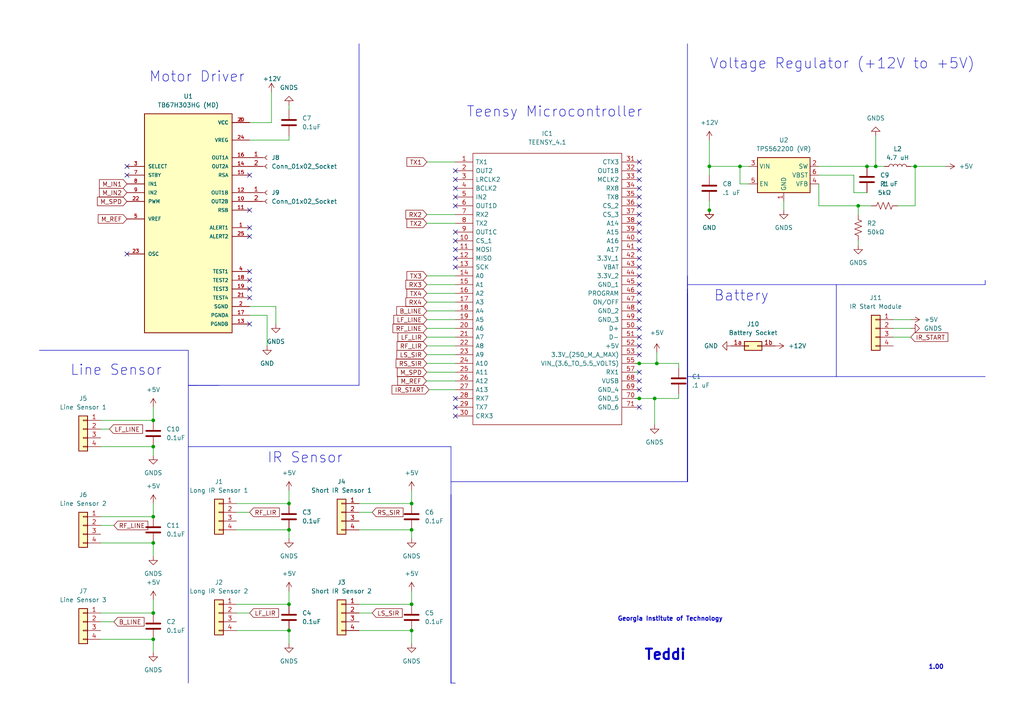
<source format=kicad_sch>
(kicad_sch (version 20230121) (generator eeschema)
  (paper "A4")
  (lib_symbols
    (symbol "Connector:Conn_01x02_Socket" (pin_names (offset 1.016) hide)
      (property "Reference" "J" (at 0 2.54 0))
      (property "Value" "Conn_01x02_Socket" (at 0 -5.08 0))
      (symbol "Conn_01x02_Socket_1_1"
        (arc (start 0 -2.032) (mid -0.5058 -2.54) (end 0 -3.048) (stroke (width 0.1524)))
        (polyline (pts (xy -1.27 -2.54) (xy -0.508 -2.54)) (stroke (width 0.1524)))
        (polyline (pts (xy -1.27 0) (xy -0.508 0)) (stroke (width 0.1524)))
        (arc (start 0 0.508) (mid -0.5058 0) (end 0 -0.508) (stroke (width 0.1524)))
        (pin passive line (at -5.08 0 0) (length 3.81) (name "Pin_1") (number "1"))
        (pin passive line (at -5.08 -2.54 0) (length 3.81) (name "Pin_2") (number "2"))
      )
    )
    (symbol "Connector_Generic:Conn_01x04" (pin_names (offset 1.016) hide)
      (property "Reference" "J" (at 0 5.08 0))
      (property "Value" "Conn_01x04" (at 0 -7.62 0))
      (symbol "Conn_01x04_1_1"
        (rectangle (start -1.27 -4.953) (end 0 -5.207) (stroke (width 0.1524)))
        (rectangle (start -1.27 -2.413) (end 0 -2.667) (stroke (width 0.1524)))
        (rectangle (start -1.27 0.127) (end 0 -0.127) (stroke (width 0.1524)))
        (rectangle (start -1.27 2.667) (end 0 2.413) (stroke (width 0.1524)))
        (rectangle (start -1.27 3.81) (end 1.27 -6.35) (stroke (width 0.254)) (fill (type background)))
        (pin passive line (at -5.08 2.54 0) (length 3.81) (name "Pin_1") (number "1"))
        (pin passive line (at -5.08 0 0) (length 3.81) (name "Pin_2") (number "2"))
        (pin passive line (at -5.08 -2.54 0) (length 3.81) (name "Pin_3") (number "3"))
        (pin passive line (at -5.08 -5.08 0) (length 3.81) (name "Pin_4") (number "4"))
      )
    )
    (symbol "Connector_Generic:Conn_02x01_Row_Letter_Last" (pin_names (offset 1.016) hide)
      (property "Reference" "J" (at 1.27 2.54 0))
      (property "Value" "Conn_02x01_Row_Letter_Last" (at 1.27 -2.54 0))
      (symbol "Conn_02x01_Row_Letter_Last_1_1"
        (rectangle (start -1.27 0.127) (end 0 -0.127) (stroke (width 0.1524)))
        (rectangle (start -1.27 1.27) (end 3.81 -1.27) (stroke (width 0.254)) (fill (type background)))
        (rectangle (start 3.81 0.127) (end 2.54 -0.127) (stroke (width 0.1524)))
        (pin passive line (at -5.08 0 0) (length 3.81) (name "Pin_1a") (number "1a"))
        (pin passive line (at 7.62 0 180) (length 3.81) (name "Pin_1b") (number "1b"))
      )
    )
    (symbol "Device:C" (pin_numbers hide) (pin_names (offset 0.254))
      (property "Reference" "C" (at 0.635 2.54 0))
      (property "Value" "C" (at 0.635 -2.54 0))
      (symbol "C_0_1"
        (polyline (pts (xy -2.032 -0.762) (xy 2.032 -0.762)) (stroke (width 0.508)))
        (polyline (pts (xy -2.032 0.762) (xy 2.032 0.762)) (stroke (width 0.508)))
      )
      (symbol "C_1_1"
        (pin passive line (at 0 3.81 270) (length 2.794) (name "~") (number "1"))
        (pin passive line (at 0 -3.81 90) (length 2.794) (name "~") (number "2"))
      )
    )
    (symbol "Device:L" (pin_numbers hide) (pin_names (offset 1.016) hide)
      (property "Reference" "L" (at -1.27 0 90))
      (property "Value" "L" (at 1.905 0 90))
      (symbol "L_0_1"
        (arc (start 0 -2.54) (mid 0.6323 -1.905) (end 0 -1.27))
        (arc (start 0 -1.27) (mid 0.6323 -0.635) (end 0 0))
        (arc (start 0 0) (mid 0.6323 0.635) (end 0 1.27))
        (arc (start 0 1.27) (mid 0.6323 1.905) (end 0 2.54))
      )
      (symbol "L_1_1"
        (pin passive line (at 0 3.81 270) (length 1.27) (name "1") (number "1"))
        (pin passive line (at 0 -3.81 90) (length 1.27) (name "2") (number "2"))
      )
    )
    (symbol "Device:R_US" (pin_numbers hide) (pin_names (offset 0))
      (property "Reference" "R" (at 2.54 0 90))
      (property "Value" "R_US" (at -2.54 0 90))
      (symbol "R_US_0_1"
        (polyline (pts (xy 0 -2.286) (xy 0 -2.54)))
        (polyline (pts (xy 0 2.286) (xy 0 2.54)))
        (polyline (pts (xy 0 -0.762) (xy 1.016 -1.143) (xy 0 -1.524) (xy -1.016 -1.905) (xy 0 -2.286)))
        (polyline (pts (xy 0 0.762) (xy 1.016 0.381) (xy 0 0) (xy -1.016 -0.381) (xy 0 -0.762)))
        (polyline (pts (xy 0 2.286) (xy 1.016 1.905) (xy 0 1.524) (xy -1.016 1.143) (xy 0 0.762)))
      )
      (symbol "R_US_1_1"
        (pin passive line (at 0 3.81 270) (length 1.27) (name "~") (number "1"))
        (pin passive line (at 0 -3.81 90) (length 1.27) (name "~") (number "2"))
      )
    )
    (symbol "Regulator_Switching:TPS562200"
      (property "Reference" "U" (at -7.62 6.35 0))
      (property "Value" "TPS562200" (at -2.54 6.35 0))
      (symbol "TPS562200_0_1"
        (rectangle (start -7.62 5.08) (end 7.62 -5.08) (stroke (width 0.254)) (fill (type background)))
      )
      (symbol "TPS562200_1_1"
        (pin power_in line (at 0 -7.62 90) (length 2.54) (name "GND") (number "1"))
        (pin output line (at 10.16 2.54 180) (length 2.54) (name "SW") (number "2"))
        (pin power_in line (at -10.16 2.54 0) (length 2.54) (name "VIN") (number "3"))
        (pin input line (at 10.16 -2.54 180) (length 2.54) (name "VFB") (number "4"))
        (pin input line (at -10.16 -2.54 0) (length 2.54) (name "EN") (number "5"))
        (pin passive line (at 10.16 0 180) (length 2.54) (name "VBST") (number "6"))
      )
    )
    (symbol "TB67H303HG:TB67H303HG" (pin_names (offset 1.016))
      (property "Reference" "U" (at -12.7 33.655 0))
      (property "Value" "TB67H303HG" (at -12.7 -33.02 0))
      (symbol "TB67H303HG_0_0"
        (rectangle (start -12.7 -30.48) (end 12.7 33.02) (stroke (width 0.254)) (fill (type background)))
        (pin output line (at 17.78 0 180) (length 5.08) (name "ALERT1") (number "1"))
        (pin output line (at 17.78 7.62 180) (length 5.08) (name "OUT2B") (number "10"))
        (pin output line (at 17.78 5.08 180) (length 5.08) (name "RSB") (number "11"))
        (pin output line (at 17.78 10.16 180) (length 5.08) (name "OUT1B") (number "12"))
        (pin power_in line (at 17.78 -27.94 180) (length 5.08) (name "PGNDB") (number "13"))
        (pin output line (at 17.78 17.78 180) (length 5.08) (name "OUT2A") (number "14"))
        (pin output line (at 17.78 15.24 180) (length 5.08) (name "RSA") (number "15"))
        (pin output line (at 17.78 20.32 180) (length 5.08) (name "OUT1A") (number "16"))
        (pin power_in line (at 17.78 -25.4 180) (length 5.08) (name "PGNDA") (number "17"))
        (pin power_in line (at 17.78 -15.24 180) (length 5.08) (name "TEST2") (number "18"))
        (pin power_in line (at 17.78 -17.78 180) (length 5.08) (name "TEST3") (number "19"))
        (pin power_in line (at 17.78 -22.86 180) (length 5.08) (name "SGND") (number "2"))
        (pin power_in line (at 17.78 30.48 180) (length 5.08) (name "VCC") (number "20"))
        (pin power_in line (at 17.78 -20.32 180) (length 5.08) (name "TEST4") (number "21"))
        (pin input line (at -17.78 7.62 0) (length 5.08) (name "PWM") (number "22"))
        (pin passive line (at -17.78 -7.62 0) (length 5.08) (name "OSC") (number "23"))
        (pin output line (at 17.78 25.4 180) (length 5.08) (name "VREG") (number "24"))
        (pin output line (at 17.78 -2.54 180) (length 5.08) (name "ALERT2") (number "25"))
        (pin input line (at -17.78 17.78 0) (length 5.08) (name "SELECT") (number "3"))
        (pin power_in line (at 17.78 -12.7 180) (length 5.08) (name "TEST1") (number "4"))
        (pin input line (at -17.78 2.54 0) (length 5.08) (name "VREF") (number "5"))
        (pin power_in line (at 17.78 30.48 180) (length 5.08) (name "VCC") (number "6"))
        (pin input line (at -17.78 15.24 0) (length 5.08) (name "STBY") (number "7"))
        (pin input line (at -17.78 12.7 0) (length 5.08) (name "IN1") (number "8"))
        (pin input line (at -17.78 10.16 0) (length 5.08) (name "IN2") (number "9"))
      )
    )
    (symbol "TEENSY_4.1:TEENSY_4.1" (pin_names (offset 0.762))
      (property "Reference" "IC" (at 49.53 7.62 0))
      (property "Value" "TEENSY_4.1" (at 49.53 5.08 0))
      (symbol "TEENSY_4.1_0_0"
        (pin passive line (at 0 0 0) (length 5.08) (name "TX1") (number "1"))
        (pin passive line (at 0 -22.86 0) (length 5.08) (name "CS_1") (number "10"))
        (pin passive line (at 0 -25.4 0) (length 5.08) (name "MOSI") (number "11"))
        (pin passive line (at 0 -27.94 0) (length 5.08) (name "MISO") (number "12"))
        (pin passive line (at 0 -30.48 0) (length 5.08) (name "SCK") (number "13"))
        (pin passive line (at 0 -33.02 0) (length 5.08) (name "A0") (number "14"))
        (pin passive line (at 0 -35.56 0) (length 5.08) (name "A1") (number "15"))
        (pin passive line (at 0 -38.1 0) (length 5.08) (name "A2") (number "16"))
        (pin passive line (at 0 -40.64 0) (length 5.08) (name "A3") (number "17"))
        (pin passive line (at 0 -43.18 0) (length 5.08) (name "A4") (number "18"))
        (pin passive line (at 0 -45.72 0) (length 5.08) (name "A5") (number "19"))
        (pin passive line (at 0 -2.54 0) (length 5.08) (name "OUT2") (number "2"))
        (pin passive line (at 0 -48.26 0) (length 5.08) (name "A6") (number "20"))
        (pin passive line (at 0 -50.8 0) (length 5.08) (name "A7") (number "21"))
        (pin passive line (at 0 -53.34 0) (length 5.08) (name "A8") (number "22"))
        (pin passive line (at 0 -55.88 0) (length 5.08) (name "A9") (number "23"))
        (pin passive line (at 0 -58.42 0) (length 5.08) (name "A10") (number "24"))
        (pin passive line (at 0 -60.96 0) (length 5.08) (name "A11") (number "25"))
        (pin passive line (at 0 -63.5 0) (length 5.08) (name "A12") (number "26"))
        (pin passive line (at 0 -66.04 0) (length 5.08) (name "A13") (number "27"))
        (pin passive line (at 0 -68.58 0) (length 5.08) (name "RX7") (number "28"))
        (pin passive line (at 0 -71.12 0) (length 5.08) (name "TX7") (number "29"))
        (pin passive line (at 0 -5.08 0) (length 5.08) (name "LRCLK2") (number "3"))
        (pin passive line (at 0 -73.66 0) (length 5.08) (name "CRX3") (number "30"))
        (pin passive line (at 53.34 0 180) (length 5.08) (name "CTX3") (number "31"))
        (pin passive line (at 53.34 -2.54 180) (length 5.08) (name "OUT1B") (number "32"))
        (pin passive line (at 53.34 -5.08 180) (length 5.08) (name "MCLK2") (number "33"))
        (pin passive line (at 53.34 -7.62 180) (length 5.08) (name "RX8") (number "34"))
        (pin passive line (at 53.34 -10.16 180) (length 5.08) (name "TX8") (number "35"))
        (pin passive line (at 53.34 -12.7 180) (length 5.08) (name "CS_2") (number "36"))
        (pin passive line (at 53.34 -15.24 180) (length 5.08) (name "CS_3") (number "37"))
        (pin passive line (at 53.34 -17.78 180) (length 5.08) (name "A14") (number "38"))
        (pin passive line (at 53.34 -20.32 180) (length 5.08) (name "A15") (number "39"))
        (pin passive line (at 0 -7.62 0) (length 5.08) (name "BCLK2") (number "4"))
        (pin passive line (at 53.34 -22.86 180) (length 5.08) (name "A16") (number "40"))
        (pin passive line (at 53.34 -25.4 180) (length 5.08) (name "A17") (number "41"))
        (pin passive line (at 53.34 -27.94 180) (length 5.08) (name "3.3V_1") (number "42"))
        (pin passive line (at 53.34 -30.48 180) (length 5.08) (name "VBAT") (number "43"))
        (pin passive line (at 53.34 -33.02 180) (length 5.08) (name "3.3V_2") (number "44"))
        (pin passive line (at 53.34 -35.56 180) (length 5.08) (name "GND_1") (number "45"))
        (pin passive line (at 53.34 -38.1 180) (length 5.08) (name "PROGRAM") (number "46"))
        (pin passive line (at 53.34 -40.64 180) (length 5.08) (name "ON/OFF") (number "47"))
        (pin passive line (at 53.34 -43.18 180) (length 5.08) (name "GND_2") (number "48"))
        (pin passive line (at 53.34 -45.72 180) (length 5.08) (name "GND_3") (number "49"))
        (pin passive line (at 0 -10.16 0) (length 5.08) (name "IN2") (number "5"))
        (pin passive line (at 53.34 -48.26 180) (length 5.08) (name "D+") (number "50"))
        (pin passive line (at 53.34 -50.8 180) (length 5.08) (name "D-") (number "51"))
        (pin passive line (at 53.34 -53.34 180) (length 5.08) (name "+5V") (number "52"))
        (pin passive line (at 53.34 -55.88 180) (length 5.08) (name "3.3V_(250_M_A_MAX)") (number "53"))
        (pin passive line (at 53.34 -58.42 180) (length 5.08) (name "VIN_(3.6_TO_5.5_VOLTS)") (number "55"))
        (pin passive line (at 53.34 -60.96 180) (length 5.08) (name "RX1") (number "57"))
        (pin passive line (at 0 -12.7 0) (length 5.08) (name "OUT1D") (number "6"))
        (pin passive line (at 53.34 -63.5 180) (length 5.08) (name "VUSB") (number "68"))
        (pin passive line (at 53.34 -66.04 180) (length 5.08) (name "GND_4") (number "69"))
        (pin passive line (at 0 -15.24 0) (length 5.08) (name "RX2") (number "7"))
        (pin passive line (at 53.34 -68.58 180) (length 5.08) (name "GND_5") (number "70"))
        (pin passive line (at 53.34 -71.12 180) (length 5.08) (name "GND_6") (number "71"))
        (pin passive line (at 0 -17.78 0) (length 5.08) (name "TX2") (number "8"))
        (pin passive line (at 0 -20.32 0) (length 5.08) (name "OUT1C") (number "9"))
      )
      (symbol "TEENSY_4.1_0_1"
        (polyline (pts (xy 5.08 2.54) (xy 48.26 2.54) (xy 48.26 -76.2) (xy 5.08 -76.2) (xy 5.08 2.54)) (stroke (width 0.1524)))
      )
    )
    (symbol "power:+12V" (power) (pin_names (offset 0))
      (property "Value" "+12V" (at 0 3.556 0))
      (symbol "+12V_0_1"
        (polyline (pts (xy -0.762 1.27) (xy 0 2.54)))
        (polyline (pts (xy 0 0) (xy 0 2.54)))
        (polyline (pts (xy 0 2.54) (xy 0.762 1.27)))
      )
      (symbol "+12V_1_1"
        (pin power_in line (at 0 0 90) (length 0) hide (name "+12V") (number "1"))
      )
    )
    (symbol "power:+5V" (power) (pin_names (offset 0))
      (property "Value" "+5V" (at 0 3.556 0))
      (symbol "+5V_0_1"
        (polyline (pts (xy -0.762 1.27) (xy 0 2.54)))
        (polyline (pts (xy 0 0) (xy 0 2.54)))
        (polyline (pts (xy 0 2.54) (xy 0.762 1.27)))
      )
      (symbol "+5V_1_1"
        (pin power_in line (at 0 0 90) (length 0) hide (name "+5V") (number "1"))
      )
    )
    (symbol "power:GND" (power) (pin_names (offset 0))
      (property "Value" "GND" (at 0 -3.81 0))
      (symbol "GND_0_1"
        (polyline (pts (xy 0 0) (xy 0 -1.27) (xy 1.27 -1.27) (xy 0 -2.54) (xy -1.27 -1.27) (xy 0 -1.27)))
      )
      (symbol "GND_1_1"
        (pin power_in line (at 0 0 270) (length 0) hide (name "GND") (number "1"))
      )
    )
    (symbol "power:GNDS" (power) (pin_names (offset 0))
      (property "Value" "GNDS" (at 0 -3.81 0))
      (symbol "GNDS_0_1"
        (polyline (pts (xy 0 0) (xy 0 -1.27) (xy 1.27 -1.27) (xy 0 -2.54) (xy -1.27 -1.27) (xy 0 -1.27)))
      )
      (symbol "GNDS_1_1"
        (pin power_in line (at 0 0 270) (length 0) hide (name "GNDS") (number "1"))
      )
    )
  )
  (junction (at 205.74 60.96))
  (junction (at 190.5 105.41))
  (junction (at 83.82 175.26))
  (junction (at 83.82 182.88))
  (junction (at 214.63 48.26))
  (junction (at 205.74 48.26))
  (junction (at 83.82 153.67))
  (junction (at 44.45 177.8))
  (junction (at 44.45 149.86))
  (junction (at 265.43 48.26))
  (junction (at 119.38 146.05))
  (junction (at 44.45 129.54))
  (junction (at 44.45 121.92))
  (junction (at 44.45 185.42))
  (junction (at 251.46 48.26))
  (junction (at 189.865 115.57))
  (junction (at 119.38 182.88))
  (junction (at 248.92 59.69))
  (junction (at 119.38 153.67))
  (junction (at 185.42 115.57))
  (junction (at 254 48.26))
  (junction (at 44.45 157.48))
  (junction (at 119.38 175.26))
  (junction (at 185.42 105.41))
  (junction (at 83.82 146.05))
  (no_connect (at 132.08 69.85))
  (no_connect (at 132.08 59.69))
  (no_connect (at 185.42 80.01))
  (no_connect (at 185.42 113.03))
  (no_connect (at 185.42 97.79))
  (no_connect (at 132.08 49.53))
  (no_connect (at 185.42 102.87))
  (no_connect (at 185.42 92.71))
  (no_connect (at 132.08 52.07))
  (no_connect (at 185.42 46.99))
  (no_connect (at 185.42 64.77))
  (no_connect (at 72.39 60.96))
  (no_connect (at 36.83 73.66))
  (no_connect (at 185.42 72.39))
  (no_connect (at 185.42 59.69))
  (no_connect (at 72.39 83.82))
  (no_connect (at 132.08 57.15))
  (no_connect (at 72.39 66.04))
  (no_connect (at 72.39 81.28))
  (no_connect (at 36.83 50.8))
  (no_connect (at 36.83 48.26))
  (no_connect (at 185.42 74.93))
  (no_connect (at 72.39 86.36))
  (no_connect (at 72.39 68.58))
  (no_connect (at 185.42 107.95))
  (no_connect (at 185.42 90.17))
  (no_connect (at 132.08 54.61))
  (no_connect (at 132.08 72.39))
  (no_connect (at 72.39 78.74))
  (no_connect (at 72.39 50.8))
  (no_connect (at 185.42 57.15))
  (no_connect (at 132.08 77.47))
  (no_connect (at 185.42 110.49))
  (no_connect (at 132.08 74.93))
  (no_connect (at 185.42 77.47))
  (no_connect (at 132.08 118.11))
  (no_connect (at 72.39 93.98))
  (no_connect (at 185.42 54.61))
  (no_connect (at 185.42 62.23))
  (no_connect (at 132.08 67.31))
  (no_connect (at 185.42 52.07))
  (no_connect (at 185.42 95.25))
  (no_connect (at 132.08 120.65))
  (no_connect (at 185.42 67.31))
  (no_connect (at 185.42 85.09))
  (no_connect (at 185.42 118.11))
  (no_connect (at 185.42 87.63))
  (no_connect (at 132.08 115.57))
  (no_connect (at 185.42 82.55))
  (no_connect (at 185.42 100.33))
  (no_connect (at 185.42 69.85))
  (no_connect (at 185.42 49.53))
  (wire (pts (xy 190.5 105.41) (xy 196.85 105.41)))
  (wire (pts (xy 119.38 182.88) (xy 119.38 186.69)))
  (wire (pts (xy 189.865 115.57) (xy 185.42 115.57)))
  (wire (pts (xy 104.14 148.59) (xy 107.95 148.59)))
  (wire (pts (xy 254 39.37) (xy 254 48.26)))
  (wire (pts (xy 248.92 59.69) (xy 252.73 59.69)))
  (wire (pts (xy 78.74 26.67) (xy 78.74 35.56)))
  (polyline (pts (xy 54.61 111.76) (xy 63.5 111.76)))
  (wire (pts (xy 251.46 48.26) (xy 254 48.26)))
  (wire (pts (xy 68.58 177.8) (xy 72.39 177.8)))
  (wire (pts (xy 119.38 142.24) (xy 119.38 146.05)))
  (polyline (pts (xy 54.61 129.54) (xy 54.61 101.6)))
  (wire (pts (xy 184.15 115.57) (xy 185.42 115.57)))
  (wire (pts (xy 80.01 88.9) (xy 80.01 93.98)))
  (wire (pts (xy 185.42 105.41) (xy 190.5 105.41)))
  (wire (pts (xy 123.825 62.23) (xy 132.08 62.23)))
  (wire (pts (xy 68.58 175.26) (xy 83.82 175.26)))
  (wire (pts (xy 254 48.26) (xy 256.54 48.26)))
  (wire (pts (xy 123.825 85.09) (xy 132.08 85.09)))
  (wire (pts (xy 259.08 92.71) (xy 264.16 92.71)))
  (polyline (pts (xy 199.39 12.7) (xy 199.39 139.7)))
  (wire (pts (xy 44.45 129.54) (xy 44.45 132.08)))
  (wire (pts (xy 29.21 177.8) (xy 44.45 177.8)))
  (polyline (pts (xy 285.75 81.28) (xy 285.75 82.55)))
  (wire (pts (xy 83.82 171.45) (xy 83.82 175.26)))
  (wire (pts (xy 123.825 97.79) (xy 132.08 97.79)))
  (wire (pts (xy 29.21 185.42) (xy 44.45 185.42)))
  (wire (pts (xy 214.63 48.26) (xy 217.17 48.26)))
  (wire (pts (xy 259.08 97.79) (xy 264.16 97.79)))
  (wire (pts (xy 72.39 40.64) (xy 83.82 40.64)))
  (wire (pts (xy 29.21 129.54) (xy 44.45 129.54)))
  (wire (pts (xy 227.33 58.42) (xy 227.33 60.96)))
  (wire (pts (xy 123.825 102.87) (xy 132.08 102.87)))
  (wire (pts (xy 123.825 92.71) (xy 132.08 92.71)))
  (wire (pts (xy 217.17 53.34) (xy 214.63 53.34)))
  (wire (pts (xy 72.39 88.9) (xy 80.01 88.9)))
  (wire (pts (xy 205.74 58.42) (xy 205.74 60.96)))
  (wire (pts (xy 265.43 48.26) (xy 265.43 59.69)))
  (wire (pts (xy 83.82 153.67) (xy 83.82 156.21)))
  (wire (pts (xy 196.85 105.41) (xy 196.85 106.68)))
  (polyline (pts (xy 54.61 198.12) (xy 54.61 129.54)))
  (wire (pts (xy 205.74 40.64) (xy 205.74 48.26)))
  (wire (pts (xy 29.21 124.46) (xy 31.75 124.46)))
  (wire (pts (xy 104.14 175.26) (xy 119.38 175.26)))
  (wire (pts (xy 68.58 148.59) (xy 72.39 148.59)))
  (wire (pts (xy 29.21 121.92) (xy 44.45 121.92)))
  (wire (pts (xy 44.45 173.99) (xy 44.45 177.8)))
  (wire (pts (xy 247.65 55.88) (xy 251.46 55.88)))
  (wire (pts (xy 68.58 153.67) (xy 83.82 153.67)))
  (polyline (pts (xy 130.81 143.51) (xy 130.81 198.12)))
  (wire (pts (xy 29.21 157.48) (xy 44.45 157.48)))
  (wire (pts (xy 237.49 53.34) (xy 237.49 59.69)))
  (wire (pts (xy 83.82 142.24) (xy 83.82 146.05)))
  (wire (pts (xy 205.74 48.26) (xy 205.74 50.8)))
  (wire (pts (xy 44.45 146.05) (xy 44.45 149.86)))
  (polyline (pts (xy 54.61 111.76) (xy 57.15 111.76)))
  (wire (pts (xy 123.825 87.63) (xy 132.08 87.63)))
  (wire (pts (xy 237.49 48.26) (xy 251.46 48.26)))
  (wire (pts (xy 248.92 59.69) (xy 248.92 62.23)))
  (wire (pts (xy 68.58 182.88) (xy 83.82 182.88)))
  (wire (pts (xy 205.74 48.26) (xy 214.63 48.26)))
  (polyline (pts (xy 199.39 109.22) (xy 242.57 109.22)))
  (wire (pts (xy 124.46 113.03) (xy 132.08 113.03)))
  (polyline (pts (xy 242.57 109.22) (xy 285.75 109.22)))
  (wire (pts (xy 44.45 185.42) (xy 44.45 189.23)))
  (wire (pts (xy 72.39 35.56) (xy 78.74 35.56)))
  (wire (pts (xy 29.21 149.86) (xy 44.45 149.86)))
  (wire (pts (xy 264.16 48.26) (xy 265.43 48.26)))
  (wire (pts (xy 123.825 82.55) (xy 132.08 82.55)))
  (wire (pts (xy 214.63 53.34) (xy 214.63 48.26)))
  (wire (pts (xy 184.15 107.95) (xy 185.42 107.95)))
  (wire (pts (xy 196.85 115.57) (xy 189.865 115.57)))
  (polyline (pts (xy 130.81 129.54) (xy 130.81 198.12)))
  (wire (pts (xy 123.825 46.99) (xy 132.08 46.99)))
  (wire (pts (xy 196.85 114.3) (xy 196.85 115.57)))
  (wire (pts (xy 123.825 64.77) (xy 132.08 64.77)))
  (polyline (pts (xy 130.81 139.7) (xy 199.39 139.7)))
  (wire (pts (xy 68.58 146.05) (xy 83.82 146.05)))
  (polyline (pts (xy 199.39 85.09) (xy 199.39 139.7)))
  (wire (pts (xy 123.825 107.95) (xy 132.08 107.95)))
  (wire (pts (xy 104.14 177.8) (xy 107.95 177.8)))
  (wire (pts (xy 123.825 80.01) (xy 132.08 80.01)))
  (polyline (pts (xy 199.39 83.82) (xy 199.39 139.7)))
  (wire (pts (xy 119.38 153.67) (xy 119.38 156.21)))
  (wire (pts (xy 248.92 69.85) (xy 248.92 71.12)))
  (wire (pts (xy 72.39 91.44) (xy 77.47 91.44)))
  (wire (pts (xy 119.38 171.45) (xy 119.38 175.26)))
  (wire (pts (xy 104.14 146.05) (xy 119.38 146.05)))
  (wire (pts (xy 29.21 180.34) (xy 33.02 180.34)))
  (wire (pts (xy 123.825 90.17) (xy 132.08 90.17)))
  (polyline (pts (xy 242.57 82.55) (xy 242.57 109.22)))
  (wire (pts (xy 237.49 50.8) (xy 247.65 50.8)))
  (wire (pts (xy 83.82 182.88) (xy 83.82 186.69)))
  (wire (pts (xy 265.43 48.26) (xy 274.32 48.26)))
  (wire (pts (xy 123.825 95.25) (xy 132.08 95.25)))
  (wire (pts (xy 104.14 182.88) (xy 119.38 182.88)))
  (wire (pts (xy 44.45 118.11) (xy 44.45 121.92)))
  (wire (pts (xy 190.5 102.235) (xy 190.5 105.41)))
  (wire (pts (xy 123.825 100.33) (xy 132.08 100.33)))
  (wire (pts (xy 259.08 95.25) (xy 264.16 95.25)))
  (wire (pts (xy 184.15 105.41) (xy 185.42 105.41)))
  (wire (pts (xy 123.7007 110.49) (xy 132.08 110.49)))
  (polyline (pts (xy 11.43 101.6) (xy 54.61 101.6)))
  (wire (pts (xy 247.65 50.8) (xy 247.65 55.88)))
  (polyline (pts (xy 104.14 12.7) (xy 104.14 111.76)))
  (wire (pts (xy 83.82 39.37) (xy 83.82 40.64)))
  (wire (pts (xy 77.47 91.44) (xy 77.47 100.33)))
  (polyline (pts (xy 130.81 198.12) (xy 132.08 198.12)))
  (polyline (pts (xy 199.39 80.01) (xy 199.39 139.7)))
  (wire (pts (xy 29.21 152.4) (xy 33.02 152.4)))
  (polyline (pts (xy 54.61 129.54) (xy 130.81 129.54)))
  (polyline (pts (xy 199.39 82.55) (xy 285.75 82.55)))
  (wire (pts (xy 123.825 105.41) (xy 132.08 105.41)))
  (wire (pts (xy 83.82 30.48) (xy 83.82 31.75)))
  (wire (pts (xy 189.865 115.57) (xy 189.865 123.19)))
  (polyline (pts (xy 54.61 111.76) (xy 104.14 111.76)))
  (wire (pts (xy 237.49 59.69) (xy 248.92 59.69)))
  (wire (pts (xy 104.14 153.67) (xy 119.38 153.67)))
  (wire (pts (xy 260.35 59.69) (xy 265.43 59.69)))
  (wire (pts (xy 44.45 157.48) (xy 44.45 161.29)))
  (text "Teensy Microcontroller" (at 135.255 34.29 0) (effects (font (size 3 3)) (justify left bottom)))
  (text "Motor Driver\n" (at 43.18 24.13 0) (effects (font (size 3 3)) (justify left bottom)))
  (text "Line Sensor\n" (at 20.32 109.22 0) (effects (font (size 3 3)) (justify left bottom)))
  (text "1.00\n" (at 269.24 194.31 0) (effects (font (size 1.27 1.27) bold) (justify left bottom)))
  (text "Battery" (at 207.01 87.63 0) (effects (font (size 3 3)) (justify left bottom)))
  (text "Georgia Institute of Technology" (at 179.07 180.34 0) (effects (font (size 1.27 1.27) (thickness 0.254) bold) (justify left bottom)))
  (text "Teddi" (at 186.69 191.77 0) (effects (font (size 3 3) (thickness 0.6) bold) (justify left bottom)))
  (text "IR Sensor" (at 77.47 134.62 0) (effects (font (size 3 3)) (justify left bottom)))
  (text "Voltage Regulator (+12V to +5V)" (at 205.74 20.32 0) (effects (font (size 3 3)) (justify left bottom)))
  (global_label "TX3" (shape input) (at 123.825 80.01 180) (property "Intersheetrefs" "${INTERSHEET_REFS}" (effects hide)))
  (global_label "B_LINE" (shape input) (at 123.825 90.17 180) (property "Intersheetrefs" "${INTERSHEET_REFS}" (effects hide)))
  (global_label "M_REF" (shape input) (at 36.83 63.5 180) (property "Intersheetrefs" "${INTERSHEET_REFS}" (effects hide)))
  (global_label "M_SPD" (shape input) (at 123.825 107.95 180) (property "Intersheetrefs" "${INTERSHEET_REFS}" (effects hide)))
  (global_label "RX2" (shape input) (at 123.825 62.23 180) (property "Intersheetrefs" "${INTERSHEET_REFS}" (effects hide)))
  (global_label "IR_START" (shape input) (at 124.46 113.03 180) (property "Intersheetrefs" "${INTERSHEET_REFS}" (effects hide)))
  (global_label "B_LINE" (shape input) (at 33.02 180.34 0) (property "Intersheetrefs" "${INTERSHEET_REFS}" (effects hide)))
  (global_label "RF_LINE" (shape input) (at 123.825 95.25 180) (property "Intersheetrefs" "${INTERSHEET_REFS}" (effects hide)))
  (global_label "M_REF" (shape input) (at 123.7007 110.49 180) (property "Intersheetrefs" "${INTERSHEET_REFS}" (effects hide)))
  (global_label "RS_SIR" (shape input) (at 107.95 148.59 0) (property "Intersheetrefs" "${INTERSHEET_REFS}" (effects hide)))
  (global_label "LF_LIR" (shape input) (at 123.825 97.79 180) (property "Intersheetrefs" "${INTERSHEET_REFS}" (effects hide)))
  (global_label "TX4" (shape input) (at 123.825 85.09 180) (property "Intersheetrefs" "${INTERSHEET_REFS}" (effects hide)))
  (global_label "LF_LINE" (shape input) (at 31.75 124.46 0) (property "Intersheetrefs" "${INTERSHEET_REFS}" (effects hide)))
  (global_label "LS_SIR" (shape input) (at 123.825 102.87 180) (property "Intersheetrefs" "${INTERSHEET_REFS}" (effects hide)))
  (global_label "RX3" (shape input) (at 123.825 82.55 180) (property "Intersheetrefs" "${INTERSHEET_REFS}" (effects hide)))
  (global_label "RF_LIR" (shape input) (at 123.825 100.33 180) (property "Intersheetrefs" "${INTERSHEET_REFS}" (effects hide)))
  (global_label "RF_LIR" (shape input) (at 72.39 148.59 0) (property "Intersheetrefs" "${INTERSHEET_REFS}" (effects hide)))
  (global_label "LF_LIR" (shape input) (at 72.39 177.8 0) (property "Intersheetrefs" "${INTERSHEET_REFS}" (effects hide)))
  (global_label "M_IN2" (shape input) (at 36.83 55.88 180) (property "Intersheetrefs" "${INTERSHEET_REFS}" (effects hide)))
  (global_label "IR_START" (shape input) (at 264.16 97.79 0) (property "Intersheetrefs" "${INTERSHEET_REFS}" (effects hide)))
  (global_label "TX1" (shape input) (at 123.825 46.99 180) (property "Intersheetrefs" "${INTERSHEET_REFS}" (effects hide)))
  (global_label "RF_LINE" (shape input) (at 33.02 152.4 0) (property "Intersheetrefs" "${INTERSHEET_REFS}" (effects hide)))
  (global_label "LS_SIR" (shape input) (at 107.95 177.8 0) (property "Intersheetrefs" "${INTERSHEET_REFS}" (effects hide)))
  (global_label "LF_LINE" (shape input) (at 123.825 92.71 180) (property "Intersheetrefs" "${INTERSHEET_REFS}" (effects hide)))
  (global_label "RX4" (shape input) (at 123.825 87.63 180) (property "Intersheetrefs" "${INTERSHEET_REFS}" (effects hide)))
  (global_label "M_SPD" (shape input) (at 36.83 58.42 180) (property "Intersheetrefs" "${INTERSHEET_REFS}" (effects hide)))
  (global_label "RS_SIR" (shape input) (at 123.825 105.41 180) (property "Intersheetrefs" "${INTERSHEET_REFS}" (effects hide)))
  (global_label "M_IN1" (shape input) (at 36.83 53.34 180) (property "Intersheetrefs" "${INTERSHEET_REFS}" (effects hide)))
  (global_label "TX2" (shape input) (at 123.825 64.77 180) (property "Intersheetrefs" "${INTERSHEET_REFS}" (effects hide)))
  (symbol (lib_id "Device:C") (at 205.74 54.61 0) (unit 1)
    (property "Reference" "C8" (at 209.55 53.34 0) (effects (justify left)))
    (property "Value" ".1 uF" (at 209.55 55.88 0) (effects (justify left)))
    (property "Footprint" "Capacitor_SMD:C_0201_0603Metric" (effects hide))
  )
  (symbol (lib_id "Device:R_US") (at 256.54 59.69 90) (unit 1)
    (property "Reference" "R1" (at 256.54 53.34 90))
    (property "Value" "5kΩ" (at 256.54 55.88 90))
    (property "Footprint" "RoboJackets:RESC1608X50N" (effects hide))
  )
  (symbol (lib_id "Device:C") (at 44.45 125.73 0) (unit 1)
    (property "Reference" "C10" (at 48.26 124.46 0) (effects (justify left)))
    (property "Value" "0.1uF" (at 48.26 127 0) (effects (justify left)))
    (property "Footprint" "Capacitor_SMD:C_0201_0603Metric" (effects hide))
  )
  (symbol (lib_id "power:GND") (at 212.09 100.33 270) (unit 1)
    (property "Reference" "#PWR029" (effects hide))
    (property "Value" "GND" (at 208.28 100.33 90) (effects (justify right)))
  )
  (symbol (lib_id "Device:C") (at 119.38 179.07 0) (unit 1)
    (property "Reference" "C5" (at 123.19 177.8 0) (effects (justify left)))
    (property "Value" "0.1uF" (at 123.19 180.34 0) (effects (justify left)))
    (property "Footprint" "Capacitor_SMD:C_0201_0603Metric" (effects hide))
  )
  (symbol (lib_id "power:+5V") (at 274.32 48.26 270) (mirror x) (unit 1)
    (property "Reference" "#PWR020" (effects hide))
    (property "Value" "+5V" (at 278.13 48.26 90) (effects (justify left)))
  )
  (symbol (lib_id "Connector_Generic:Conn_02x01_Row_Letter_Last") (at 217.17 100.33 0) (unit 1)
    (property "Reference" "J10" (at 218.44 93.98 0))
    (property "Value" "Battery Socket" (at 218.44 96.52 0))
    (property "Footprint" "Connector_PinSocket_1.00mm:PinSocket_1x02_P1.00mm_Vertical_SMD_Pin1Left" (effects hide))
  )
  (symbol (lib_id "power:+5V") (at 119.38 171.45 0) (mirror y) (unit 1)
    (property "Reference" "#PWR09" (effects hide))
    (property "Value" "+5V" (at 119.38 166.37 0))
  )
  (symbol (lib_id "Device:C") (at 196.85 110.49 0) (unit 1)
    (property "Reference" "C1" (at 200.66 109.22 0) (effects (justify left)))
    (property "Value" ".1 uF" (at 200.66 111.76 0) (effects (justify left)))
    (property "Footprint" "Capacitor_SMD:C_0201_0603Metric" (effects hide))
  )
  (symbol (lib_id "power:+12V") (at 78.74 26.67 0) (unit 1)
    (property "Reference" "#PWR024" (effects hide))
    (property "Value" "+12V" (at 76.2 22.86 0) (effects (justify left)))
  )
  (symbol (lib_id "Connector_Generic:Conn_01x04") (at 24.13 180.34 0) (mirror y) (unit 1)
    (property "Reference" "J7" (at 24.13 171.45 0))
    (property "Value" "Line Sensor 3" (at 24.13 173.99 0))
    (property "Footprint" "RoboJackets:JST_B4B-XH-A_LF__SN_" (effects hide))
  )
  (symbol (lib_id "Device:C") (at 83.82 179.07 0) (unit 1)
    (property "Reference" "C4" (at 87.63 177.8 0) (effects (justify left)))
    (property "Value" "0.1uF" (at 87.63 180.34 0) (effects (justify left)))
    (property "Footprint" "Capacitor_SMD:C_0201_0603Metric" (effects hide))
  )
  (symbol (lib_id "Connector_Generic:Conn_01x04") (at 99.06 148.59 0) (mirror y) (unit 1)
    (property "Reference" "J4" (at 99.06 139.7 0))
    (property "Value" "Short IR Sensor 1" (at 99.06 142.24 0))
    (property "Footprint" "RoboJackets:JST_B4B-XH-A_LF__SN_" (effects hide))
  )
  (symbol (lib_id "Device:C") (at 119.38 149.86 0) (unit 1)
    (property "Reference" "C6" (at 123.19 148.59 0) (effects (justify left)))
    (property "Value" "0.1uF" (at 123.19 151.13 0) (effects (justify left)))
    (property "Footprint" "Capacitor_SMD:C_0201_0603Metric" (effects hide))
  )
  (symbol (lib_id "Device:C") (at 251.46 52.07 0) (unit 1)
    (property "Reference" "C9" (at 255.27 50.8 0) (effects (justify left)))
    (property "Value" ".1 uF" (at 255.27 53.34 0) (effects (justify left)))
    (property "Footprint" "Capacitor_SMD:C_0201_0603Metric" (effects hide))
  )
  (symbol (lib_id "power:GNDS") (at 254 39.37 180) (unit 1)
    (property "Reference" "#PWR013" (effects hide))
    (property "Value" "GNDS" (at 254 34.29 0))
  )
  (symbol (lib_id "Device:C") (at 83.82 149.86 0) (unit 1)
    (property "Reference" "C3" (at 87.63 148.59 0) (effects (justify left)))
    (property "Value" "0.1uF" (at 87.63 151.13 0) (effects (justify left)))
    (property "Footprint" "Capacitor_SMD:C_0201_0603Metric" (effects hide))
  )
  (symbol (lib_id "power:GNDS") (at 83.82 156.21 0) (unit 1)
    (property "Reference" "#PWR012" (effects hide))
    (property "Value" "GNDS" (at 83.82 161.29 0))
  )
  (symbol (lib_id "power:+5V") (at 44.45 173.99 0) (unit 1)
    (property "Reference" "#PWR019" (effects hide))
    (property "Value" "+5V" (at 44.45 168.91 0))
  )
  (symbol (lib_id "power:GNDS") (at 264.16 95.25 90) (unit 1)
    (property "Reference" "#PWR031" (effects hide))
    (property "Value" "GNDS" (at 267.97 95.25 90) (effects (justify right)))
  )
  (symbol (lib_id "power:GNDS") (at 44.45 132.08 0) (unit 1)
    (property "Reference" "#PWR015" (effects hide))
    (property "Value" "GNDS" (at 44.45 137.16 0))
  )
  (symbol (lib_id "power:+5V") (at 264.16 92.71 270) (mirror x) (unit 1)
    (property "Reference" "#PWR030" (effects hide))
    (property "Value" "+5V" (at 267.97 92.71 90) (effects (justify left)))
  )
  (symbol (lib_id "Connector_Generic:Conn_01x04") (at 99.06 177.8 0) (mirror y) (unit 1)
    (property "Reference" "J3" (at 99.06 168.91 0))
    (property "Value" "Short IR Sensor 2" (at 99.06 171.45 0))
    (property "Footprint" "RoboJackets:JST_B4B-XH-A_LF__SN_" (effects hide))
  )
  (symbol (lib_id "power:GNDS") (at 83.82 186.69 0) (unit 1)
    (property "Reference" "#PWR011" (effects hide))
    (property "Value" "GNDS" (at 83.82 191.77 0))
  )
  (symbol (lib_id "power:GNDS") (at 80.01 93.98 0) (unit 1)
    (property "Reference" "#PWR022" (effects hide))
    (property "Value" "GNDS" (at 80.01 99.06 0))
  )
  (symbol (lib_id "power:+5V") (at 119.38 142.24 0) (mirror y) (unit 1)
    (property "Reference" "#PWR07" (effects hide))
    (property "Value" "+5V" (at 119.38 137.16 0))
  )
  (symbol (lib_id "power:+5V") (at 44.45 146.05 0) (unit 1)
    (property "Reference" "#PWR025" (effects hide))
    (property "Value" "+5V" (at 44.45 140.97 0))
  )
  (symbol (lib_id "power:GND") (at 205.74 60.96 0) (unit 1)
    (property "Reference" "#PWR03" (effects hide))
    (property "Value" "GND" (at 205.74 66.04 0))
  )
  (symbol (lib_id "Device:C") (at 44.45 153.67 0) (unit 1)
    (property "Reference" "C11" (at 48.26 152.4 0) (effects (justify left)))
    (property "Value" "0.1uF" (at 48.26 154.94 0) (effects (justify left)))
    (property "Footprint" "Capacitor_SMD:C_0201_0603Metric" (effects hide))
  )
  (symbol (lib_id "power:+5V") (at 83.82 142.24 0) (unit 1)
    (property "Reference" "#PWR05" (effects hide))
    (property "Value" "+5V" (at 83.82 137.16 0))
  )
  (symbol (lib_id "power:GNDS") (at 248.92 71.12 0) (unit 1)
    (property "Reference" "#PWR014" (effects hide))
    (property "Value" "GNDS" (at 248.92 76.2 0))
  )
  (symbol (lib_id "power:GND") (at 77.47 100.33 0) (unit 1)
    (property "Reference" "#PWR028" (effects hide))
    (property "Value" "GND" (at 77.47 105.41 0))
  )
  (symbol (lib_id "Device:C") (at 83.82 35.56 0) (unit 1)
    (property "Reference" "C7" (at 87.63 34.29 0) (effects (justify left)))
    (property "Value" "0.1uF" (at 87.63 36.83 0) (effects (justify left)))
    (property "Footprint" "Capacitor_SMD:C_0201_0603Metric" (effects hide))
  )
  (symbol (lib_id "Connector_Generic:Conn_01x04") (at 63.5 148.59 0) (mirror y) (unit 1)
    (property "Reference" "J1" (at 63.5 139.7 0))
    (property "Value" "Long IR Sensor 1" (at 63.5 142.24 0))
    (property "Footprint" "RoboJackets:JST_B4B-XH-A_LF__SN_" (effects hide))
  )
  (symbol (lib_id "Connector_Generic:Conn_01x04") (at 24.13 152.4 0) (mirror y) (unit 1)
    (property "Reference" "J6" (at 24.13 143.51 0))
    (property "Value" "Line Sensor 2" (at 24.13 146.05 0))
    (property "Footprint" "RoboJackets:JST_B4B-XH-A_LF__SN_" (effects hide))
  )
  (symbol (lib_id "Device:L") (at 260.35 48.26 90) (unit 1)
    (property "Reference" "L2" (at 260.35 43.18 90))
    (property "Value" "4.7 uH" (at 260.35 45.72 90))
    (property "Footprint" "RoboJackets:INDC2012X145N" (effects hide))
  )
  (symbol (lib_id "Regulator_Switching:TPS562200") (at 227.33 50.8 0) (unit 1)
    (property "Reference" "U2" (at 227.33 40.64 0))
    (property "Value" "TPS562200 (VR)" (at 227.33 43.18 0))
    (property "Footprint" "Package_TO_SOT_SMD:SOT-23-6" (effects hide))
    (property "Datasheet" "http://www.ti.com/lit/ds/symlink/tps563200.pdf" (effects hide))
  )
  (symbol (lib_id "power:GNDS") (at 227.33 60.96 0) (unit 1)
    (property "Reference" "#PWR04" (effects hide))
    (property "Value" "GNDS" (at 227.33 66.04 0))
  )
  (symbol (lib_id "power:+5V") (at 190.5 102.235 0) (unit 1)
    (property "Reference" "#PWR01" (effects hide))
    (property "Value" "+5V" (at 190.5 96.52 0))
  )
  (symbol (lib_id "Device:R_US") (at 248.92 66.04 0) (unit 1)
    (property "Reference" "R2" (at 251.46 64.77 0) (effects (justify left)))
    (property "Value" "50kΩ" (at 251.46 67.31 0) (effects (justify left)))
    (property "Footprint" "RoboJackets:robo" (effects hide))
  )
  (symbol (lib_id "power:+5V") (at 83.82 171.45 0) (mirror y) (unit 1)
    (property "Reference" "#PWR010" (effects hide))
    (property "Value" "+5V" (at 83.82 166.37 0))
  )
  (symbol (lib_id "power:+12V") (at 224.79 100.33 270) (unit 1)
    (property "Reference" "#PWR027" (effects hide))
    (property "Value" "+12V" (at 228.6 100.33 90) (effects (justify left)))
  )
  (symbol (lib_id "Connector_Generic:Conn_01x04") (at 24.13 124.46 0) (mirror y) (unit 1)
    (property "Reference" "J5" (at 24.13 115.57 0))
    (property "Value" "Line Sensor 1" (at 24.13 118.11 0))
    (property "Footprint" "RoboJackets:JST_B4B-XH-A_LF__SN_" (effects hide))
  )
  (symbol (lib_id "Connector:Conn_01x02_Socket") (at 77.47 45.72 0) (unit 1)
    (property "Reference" "J8" (at 78.74 45.72 0) (effects (justify left)))
    (property "Value" "Conn_01x02_Socket" (at 78.74 48.26 0) (effects (justify left)))
  )
  (symbol (lib_id "TB67H303HG:TB67H303HG") (at 54.61 66.04 0) (unit 1)
    (property "Reference" "U1" (at 54.61 27.94 0))
    (property "Value" "TB67H303HG (MD)" (at 54.61 30.48 0))
    (property "Footprint" "RoboJackets:TO100P2930X465X1937-25" (effects hide))
    (property "MF" "Toshiba" (effects hide))
    (property "Description" "\n- Motor Driver Power MOSFET Parallel, PWM 25-HZIP\n" (effects hide))
    (property "Package" "SIP-25 Toshiba" (effects hide))
    (property "Price" "None" (effects hide))
    (property "Check_prices" "https://www.snapeda.com/parts/TB67H303HG/Toshiba+Semiconductor+and+Storage/view-part/?ref=eda" (effects hide))
    (property "STANDARD" "IPC-7251" (effects hide))
    (property "PARTREV" "N/A" (effects hide))
    (property "SnapEDA_Link" "https://www.snapeda.com/parts/TB67H303HG/Toshiba+Semiconductor+and+Storage/view-part/?ref=snap" (effects hide))
    (property "MP" "TB67H303HG" (effects hide))
    (property "Purchase-URL" "https://www.snapeda.com/api/url_track_click_mouser/?unipart_id=1233698&manufacturer=Toshiba&part_name=TB67H303HG&search_term=None" (effects hide))
    (property "Availability" "In Stock" (effects hide))
    (property "MANUFACTURER" "Toshiba" (effects hide))
  )
  (symbol (lib_id "power:+5V") (at 44.45 118.11 0) (unit 1)
    (property "Reference" "#PWR023" (effects hide))
    (property "Value" "+5V" (at 44.45 113.03 0))
  )
  (symbol (lib_id "power:GND") (at 205.74 60.96 0) (unit 1)
    (property "Reference" "#PWR018" (effects hide))
    (property "Value" "GND" (effects hide))
  )
  (symbol (lib_id "TEENSY_4.1:TEENSY_4.1") (at 132.08 46.99 0) (unit 1)
    (property "Reference" "IC1" (at 158.75 38.735 0))
    (property "Value" "TEENSY_4.1" (at 158.75 41.275 0))
    (property "Footprint" "TEENSY41" (effects hide))
    (property "Datasheet" "https://www.pjrc.com/store/teensy41.html" (effects hide))
    (property "Description" "Teensy 4.1 Development Board" (effects hide))
    (property "Manufacturer_Name" "PJRC" (effects hide))
    (property "Manufacturer_Part_Number" "TEENSY 4.1" (effects hide))
  )
  (symbol (lib_id "Connector_Generic:Conn_01x04") (at 63.5 177.8 0) (mirror y) (unit 1)
    (property "Reference" "J2" (at 63.5 168.91 0))
    (property "Value" "Long IR Sensor 2" (at 63.5 171.45 0))
    (property "Footprint" "RoboJackets:JST_B4B-XH-A_LF__SN_" (effects hide))
  )
  (symbol (lib_id "power:GNDS") (at 83.82 30.48 180) (unit 1)
    (property "Reference" "#PWR026" (effects hide))
    (property "Value" "GNDS" (at 83.82 25.4 0))
  )
  (symbol (lib_id "Connector_Generic:Conn_01x04") (at 254 95.25 0) (mirror y) (unit 1)
    (property "Reference" "J11" (at 254 86.36 0))
    (property "Value" "IR Start Module" (at 254 88.9 0))
    (property "Footprint" "RoboJackets:TE_5-146280-3" (effects hide))
  )
  (symbol (lib_id "power:GNDS") (at 119.38 156.21 0) (unit 1)
    (property "Reference" "#PWR06" (effects hide))
    (property "Value" "GNDS" (at 119.38 161.29 0))
  )
  (symbol (lib_id "power:+12V") (at 205.74 40.64 0) (unit 1)
    (property "Reference" "#PWR017" (effects hide))
    (property "Value" "+12V" (at 205.74 35.56 0))
  )
  (symbol (lib_id "power:GNDS") (at 189.865 123.19 0) (unit 1)
    (property "Reference" "#PWR02" (effects hide))
    (property "Value" "GNDS" (at 189.865 128.27 0))
  )
  (symbol (lib_id "power:GNDS") (at 119.38 186.69 0) (unit 1)
    (property "Reference" "#PWR08" (effects hide))
    (property "Value" "GNDS" (at 119.38 191.77 0))
  )
  (symbol (lib_id "Connector:Conn_01x02_Socket") (at 77.47 55.88 0) (unit 1)
    (property "Reference" "J9" (at 78.74 55.88 0) (effects (justify left)))
    (property "Value" "Conn_01x02_Socket" (at 78.74 58.42 0) (effects (justify left)))
  )
  (symbol (lib_id "power:GNDS") (at 44.45 189.23 0) (unit 1)
    (property "Reference" "#PWR021" (effects hide))
    (property "Value" "GNDS" (at 44.45 194.31 0))
  )
  (symbol (lib_id "power:GNDS") (at 44.45 161.29 0) (unit 1)
    (property "Reference" "#PWR016" (effects hide))
    (property "Value" "GNDS" (at 44.45 166.37 0))
  )
  (symbol (lib_id "Device:C") (at 44.45 181.61 0) (unit 1)
    (property "Reference" "C2" (at 48.26 180.34 0) (effects (justify left)))
    (property "Value" "0.1uF" (at 48.26 182.88 0) (effects (justify left)))
    (property "Footprint" "Capacitor_SMD:C_0201_0603Metric" (effects hide))
  )
)
</source>
